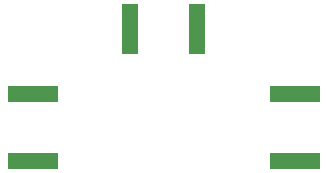
<source format=gbr>
%TF.GenerationSoftware,KiCad,Pcbnew,7.0.1*%
%TF.CreationDate,2023-06-22T18:49:49-04:00*%
%TF.ProjectId,injection-t,696e6a65-6374-4696-9f6e-2d742e6b6963,1*%
%TF.SameCoordinates,Original*%
%TF.FileFunction,Paste,Bot*%
%TF.FilePolarity,Positive*%
%FSLAX46Y46*%
G04 Gerber Fmt 4.6, Leading zero omitted, Abs format (unit mm)*
G04 Created by KiCad (PCBNEW 7.0.1) date 2023-06-22 18:49:49*
%MOMM*%
%LPD*%
G01*
G04 APERTURE LIST*
%ADD10R,4.200000X1.350000*%
%ADD11R,1.350000X4.200000*%
G04 APERTURE END LIST*
D10*
%TO.C,J1*%
X152837500Y-109325000D03*
X152837500Y-103675000D03*
%TD*%
%TO.C,J3*%
X130662500Y-103675000D03*
X130662500Y-109325000D03*
%TD*%
D11*
%TO.C,J2*%
X144575000Y-98162500D03*
X138925000Y-98162500D03*
%TD*%
M02*

</source>
